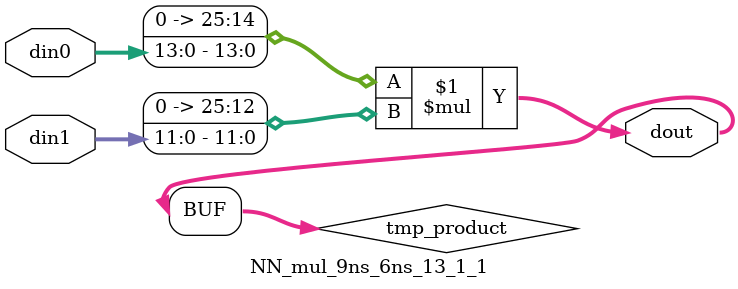
<source format=v>

`timescale 1 ns / 1 ps

 module NN_mul_9ns_6ns_13_1_1(din0, din1, dout);
parameter ID = 1;
parameter NUM_STAGE = 0;
parameter din0_WIDTH = 14;
parameter din1_WIDTH = 12;
parameter dout_WIDTH = 26;

input [din0_WIDTH - 1 : 0] din0; 
input [din1_WIDTH - 1 : 0] din1; 
output [dout_WIDTH - 1 : 0] dout;

wire signed [dout_WIDTH - 1 : 0] tmp_product;
























assign tmp_product = $signed({1'b0, din0}) * $signed({1'b0, din1});











assign dout = tmp_product;





















endmodule

</source>
